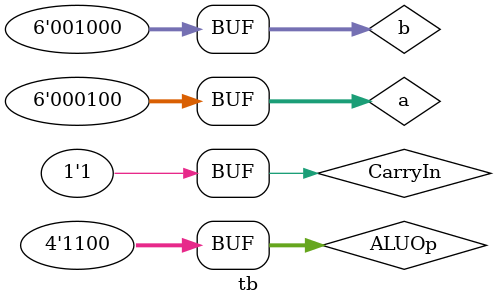
<source format=v>
module tb
(

);
    reg [5:0] a;
    reg [5:0] b;
    reg CarryIn;
    reg [3:0] ALUOp;
    wire [5:0] Result;
    wire CarryOut6;
    
    top t
    (
      .a(a),
      .b(b),
      .CarryIn(CarryIn),
      .ALUOp(ALUOp),
      .Result(Result),
      .CarryOut6(CarryOut6)
    );
	

	initial
	begin
    a = 6'b000100;
    b = 6'b001000;
    CarryIn = 1'b1;
    ALUOp = 4'b0000;
    #300 ALUOp = 4'b0001;
    #300 ALUOp = 4'b0010;
    #300 ALUOp = 4'b0110;
    #300 ALUOp = 4'b1100;
  end


endmodule
</source>
